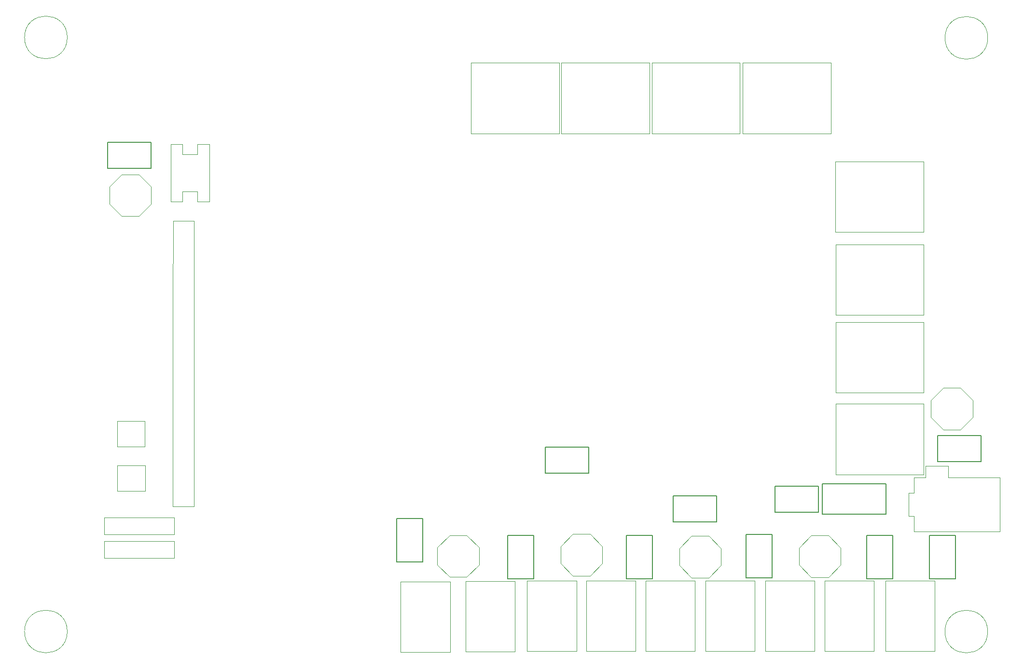
<source format=gbr>
%TF.GenerationSoftware,KiCad,Pcbnew,7.0.7*%
%TF.CreationDate,2023-11-29T15:56:53-06:00*%
%TF.ProjectId,MDCM,4d44434d-2e6b-4696-9361-645f70636258,rev?*%
%TF.SameCoordinates,Original*%
%TF.FileFunction,Other,User*%
%FSLAX46Y46*%
G04 Gerber Fmt 4.6, Leading zero omitted, Abs format (unit mm)*
G04 Created by KiCad (PCBNEW 7.0.7) date 2023-11-29 15:56:53*
%MOMM*%
%LPD*%
G01*
G04 APERTURE LIST*
%ADD10C,0.152400*%
%ADD11C,0.050000*%
%ADD12C,0.025400*%
G04 APERTURE END LIST*
D10*
%TO.C,C7*%
X231834000Y-134590000D02*
X231834000Y-126970000D01*
X233180200Y-134590000D02*
X231834000Y-134590000D01*
X233180200Y-134590000D02*
X233180200Y-134590000D01*
X235059800Y-134590000D02*
X233180200Y-134590000D01*
X235059800Y-134590000D02*
X235059800Y-134590000D01*
X236406000Y-134590000D02*
X235059800Y-134590000D01*
X231834000Y-126970000D02*
X233180200Y-126970000D01*
X233180200Y-126970000D02*
X233180200Y-126970000D01*
X233180200Y-126970000D02*
X235059800Y-126970000D01*
X235059800Y-126970000D02*
X235059800Y-126970000D01*
X235059800Y-126970000D02*
X236406000Y-126970000D01*
X236406000Y-126970000D02*
X236406000Y-134590000D01*
D11*
%TO.C,Zone 6*%
X201155000Y-134935000D02*
X192505000Y-134935000D01*
X192505000Y-134935000D02*
X192505000Y-147285000D01*
X201155000Y-147285000D02*
X201155000Y-134935000D01*
X192505000Y-147285000D02*
X201155000Y-147285000D01*
D10*
%TO.C,C10*%
X204196000Y-126810000D02*
X204196000Y-134430000D01*
X202849800Y-126810000D02*
X204196000Y-126810000D01*
X202849800Y-126810000D02*
X202849800Y-126810000D01*
X200970200Y-126810000D02*
X202849800Y-126810000D01*
X200970200Y-126810000D02*
X200970200Y-126810000D01*
X199624000Y-126810000D02*
X200970200Y-126810000D01*
X204196000Y-134430000D02*
X202849800Y-134430000D01*
X202849800Y-134430000D02*
X202849800Y-134430000D01*
X202849800Y-134430000D02*
X200970200Y-134430000D01*
X200970200Y-134430000D02*
X200970200Y-134430000D01*
X200970200Y-134430000D02*
X199624000Y-134430000D01*
X199624000Y-134430000D02*
X199624000Y-126810000D01*
%TO.C,C11*%
X225366000Y-126980000D02*
X225366000Y-134600000D01*
X224019800Y-126980000D02*
X225366000Y-126980000D01*
X224019800Y-126980000D02*
X224019800Y-126980000D01*
X222140200Y-126980000D02*
X224019800Y-126980000D01*
X222140200Y-126980000D02*
X222140200Y-126980000D01*
X220794000Y-126980000D02*
X222140200Y-126980000D01*
X225366000Y-134600000D02*
X224019800Y-134600000D01*
X224019800Y-134600000D02*
X224019800Y-134600000D01*
X224019800Y-134600000D02*
X222140200Y-134600000D01*
X222140200Y-134600000D02*
X222140200Y-134600000D01*
X222140200Y-134600000D02*
X220794000Y-134600000D01*
X220794000Y-134600000D02*
X220794000Y-126980000D01*
D11*
%TO.C,Airflow sensor 8*%
X215310000Y-61310000D02*
X230760000Y-61310000D01*
X215310000Y-73710000D02*
X215310000Y-61310000D01*
X230760000Y-61310000D02*
X230760000Y-73710000D01*
X230760000Y-73710000D02*
X215310000Y-73710000D01*
%TO.C,Zone 4*%
X180210000Y-134900000D02*
X171560000Y-134900000D01*
X171560000Y-134900000D02*
X171560000Y-147250000D01*
X180210000Y-147250000D02*
X180210000Y-134900000D01*
X171560000Y-147250000D02*
X180210000Y-147250000D01*
%TO.C,Airflow sensor 7*%
X215330000Y-75870000D02*
X230780000Y-75870000D01*
X215330000Y-88270000D02*
X215330000Y-75870000D01*
X230780000Y-75870000D02*
X230780000Y-88270000D01*
X230780000Y-88270000D02*
X215330000Y-88270000D01*
%TO.C,Zone 8*%
X222085000Y-134935000D02*
X213435000Y-134935000D01*
X213435000Y-134935000D02*
X213435000Y-147285000D01*
X222085000Y-147285000D02*
X222085000Y-134935000D01*
X213435000Y-147285000D02*
X222085000Y-147285000D01*
D10*
%TO.C,U4*%
X224168000Y-123229900D02*
X224168000Y-117895900D01*
X224168000Y-117895900D02*
X212992000Y-117895900D01*
X212992000Y-123229900D02*
X224168000Y-123229900D01*
X212992000Y-117895900D02*
X212992000Y-123229900D01*
%TO.C,C8*%
X162346000Y-126949900D02*
X162346000Y-134569900D01*
X160999800Y-126949900D02*
X162346000Y-126949900D01*
X160999800Y-126949900D02*
X160999800Y-126949900D01*
X159120200Y-126949900D02*
X160999800Y-126949900D01*
X159120200Y-126949900D02*
X159120200Y-126949900D01*
X157774000Y-126949900D02*
X159120200Y-126949900D01*
X162346000Y-134569900D02*
X160999800Y-134569900D01*
X160999800Y-134569900D02*
X160999800Y-134569900D01*
X160999800Y-134569900D02*
X159120200Y-134569900D01*
X159120200Y-134569900D02*
X159120200Y-134569900D01*
X159120200Y-134569900D02*
X157774000Y-134569900D01*
X157774000Y-134569900D02*
X157774000Y-126949900D01*
D11*
%TO.C,Zone 3*%
X169870000Y-134930000D02*
X161220000Y-134930000D01*
X161220000Y-134930000D02*
X161220000Y-147280000D01*
X169870000Y-147280000D02*
X169870000Y-134930000D01*
X161220000Y-147280000D02*
X169870000Y-147280000D01*
%TO.C,H1*%
X80530000Y-39550000D02*
G75*
G03*
X80530000Y-39550000I-3750000J0D01*
G01*
%TO.C,Airflow sensor 1*%
X151370000Y-44000000D02*
X166820000Y-44000000D01*
X151370000Y-56400000D02*
X151370000Y-44000000D01*
X166820000Y-44000000D02*
X166820000Y-56400000D01*
X166820000Y-56400000D02*
X151370000Y-56400000D01*
%TO.C,R4*%
X87040000Y-127950000D02*
X87040000Y-130950000D01*
X87040000Y-130950000D02*
X99300000Y-130950000D01*
X99300000Y-127950000D02*
X87040000Y-127950000D01*
X99300000Y-130950000D02*
X99300000Y-127950000D01*
D10*
%TO.C,C1*%
X233210000Y-109474000D02*
X240830000Y-109474000D01*
X233210000Y-110820200D02*
X233210000Y-109474000D01*
X233210000Y-110820200D02*
X233210000Y-110820200D01*
X233210000Y-112699800D02*
X233210000Y-110820200D01*
X233210000Y-112699800D02*
X233210000Y-112699800D01*
X233210000Y-114046000D02*
X233210000Y-112699800D01*
X240830000Y-109474000D02*
X240830000Y-110820200D01*
X240830000Y-110820200D02*
X240830000Y-110820200D01*
X240830000Y-110820200D02*
X240830000Y-112699800D01*
X240830000Y-112699800D02*
X240830000Y-112699800D01*
X240830000Y-112699800D02*
X240830000Y-114046000D01*
X240830000Y-114046000D02*
X233210000Y-114046000D01*
D11*
%TO.C,H3*%
X242020000Y-143840000D02*
G75*
G03*
X242020000Y-143840000I-3750000J0D01*
G01*
%TO.C,Airflow sensor 5*%
X215340000Y-103850000D02*
X230790000Y-103850000D01*
X215340000Y-116250000D02*
X215340000Y-103850000D01*
X230790000Y-103850000D02*
X230790000Y-116250000D01*
X230790000Y-116250000D02*
X215340000Y-116250000D01*
%TO.C,SW1*%
X105460000Y-58310000D02*
X105460000Y-68410000D01*
X103360000Y-58310000D02*
X105460000Y-58310000D01*
X100760000Y-58310000D02*
X100760000Y-60110000D01*
X98660000Y-58310000D02*
X100760000Y-58310000D01*
X103360000Y-60110000D02*
X103360000Y-58310000D01*
X100760000Y-60110000D02*
X103360000Y-60110000D01*
X103360000Y-66610000D02*
X100760000Y-66610000D01*
X100760000Y-66610000D02*
X100760000Y-68410000D01*
X105460000Y-68410000D02*
X103360000Y-68410000D01*
X103360000Y-68410000D02*
X103360000Y-66610000D01*
X100760000Y-68410000D02*
X98660000Y-68410000D01*
X98660000Y-68410000D02*
X98660000Y-58310000D01*
%TO.C,Airflow sensor 4*%
X199050000Y-44020000D02*
X214500000Y-44020000D01*
X199050000Y-56420000D02*
X199050000Y-44020000D01*
X214500000Y-44020000D02*
X214500000Y-56420000D01*
X214500000Y-56420000D02*
X199050000Y-56420000D01*
%TO.C,H2*%
X80530000Y-143830000D02*
G75*
G03*
X80530000Y-143830000I-3750000J0D01*
G01*
%TO.C,Zone 1*%
X147690000Y-135070000D02*
X139040000Y-135070000D01*
X139040000Y-135070000D02*
X139040000Y-147420000D01*
X147690000Y-147420000D02*
X147690000Y-135070000D01*
X139040000Y-147420000D02*
X147690000Y-147420000D01*
%TO.C,D1*%
X89315000Y-106920000D02*
X89315000Y-111420000D01*
X89315000Y-111420000D02*
X94165000Y-111420000D01*
X94165000Y-106920000D02*
X89315000Y-106920000D01*
X94165000Y-111420000D02*
X94165000Y-106920000D01*
D12*
%TO.C,C2*%
X232082400Y-103213929D02*
X234233929Y-101062400D01*
X232082400Y-106226071D02*
X232082400Y-103213929D01*
X234233929Y-101062400D02*
X237246071Y-101062400D01*
X234233929Y-108377600D02*
X232082400Y-106226071D01*
X237246071Y-101062400D02*
X239397600Y-103213929D01*
X237246071Y-108377600D02*
X234233929Y-108377600D01*
X239397600Y-103213929D02*
X239397600Y-106226071D01*
X239397600Y-106226071D02*
X237246071Y-108377600D01*
D10*
%TO.C,C16*%
X212290100Y-122936000D02*
X204670100Y-122936000D01*
X212290100Y-121589800D02*
X212290100Y-122936000D01*
X212290100Y-121589800D02*
X212290100Y-121589800D01*
X212290100Y-119710200D02*
X212290100Y-121589800D01*
X212290100Y-119710200D02*
X212290100Y-119710200D01*
X212290100Y-118364000D02*
X212290100Y-119710200D01*
X204670100Y-122936000D02*
X204670100Y-121589800D01*
X204670100Y-121589800D02*
X204670100Y-121589800D01*
X204670100Y-121589800D02*
X204670100Y-119710200D01*
X204670100Y-119710200D02*
X204670100Y-119710200D01*
X204670100Y-119710200D02*
X204670100Y-118364000D01*
X204670100Y-118364000D02*
X212290100Y-118364000D01*
D12*
%TO.C,C15*%
X211073929Y-134307600D02*
X208922400Y-132156071D01*
X214086071Y-134307600D02*
X211073929Y-134307600D01*
X208922400Y-132156071D02*
X208922400Y-129143929D01*
X216237600Y-132156071D02*
X214086071Y-134307600D01*
X208922400Y-129143929D02*
X211073929Y-126992400D01*
X216237600Y-129143929D02*
X216237600Y-132156071D01*
X211073929Y-126992400D02*
X214086071Y-126992400D01*
X214086071Y-126992400D02*
X216237600Y-129143929D01*
D11*
%TO.C,Airflow sensor 6*%
X215360000Y-89510000D02*
X230810000Y-89510000D01*
X215360000Y-101910000D02*
X215360000Y-89510000D01*
X230810000Y-89510000D02*
X230810000Y-101910000D01*
X230810000Y-101910000D02*
X215360000Y-101910000D01*
D10*
%TO.C,C9*%
X183216000Y-126940000D02*
X183216000Y-134560000D01*
X181869800Y-126940000D02*
X183216000Y-126940000D01*
X181869800Y-126940000D02*
X181869800Y-126940000D01*
X179990200Y-126940000D02*
X181869800Y-126940000D01*
X179990200Y-126940000D02*
X179990200Y-126940000D01*
X178644000Y-126940000D02*
X179990200Y-126940000D01*
X183216000Y-134560000D02*
X181869800Y-134560000D01*
X181869800Y-134560000D02*
X181869800Y-134560000D01*
X181869800Y-134560000D02*
X179990200Y-134560000D01*
X179990200Y-134560000D02*
X179990200Y-134560000D01*
X179990200Y-134560000D02*
X178644000Y-134560000D01*
X178644000Y-134560000D02*
X178644000Y-126940000D01*
D11*
%TO.C,Plenum*%
X232755000Y-134925000D02*
X224105000Y-134925000D01*
X224105000Y-134925000D02*
X224105000Y-147275000D01*
X232755000Y-147275000D02*
X232755000Y-134925000D01*
X224105000Y-147275000D02*
X232755000Y-147275000D01*
D12*
%TO.C,C12*%
X147623929Y-134267600D02*
X145472400Y-132116071D01*
X150636071Y-134267600D02*
X147623929Y-134267600D01*
X145472400Y-132116071D02*
X145472400Y-129103929D01*
X152787600Y-132116071D02*
X150636071Y-134267600D01*
X145472400Y-129103929D02*
X147623929Y-126952400D01*
X152787600Y-129103929D02*
X152787600Y-132116071D01*
X147623929Y-126952400D02*
X150636071Y-126952400D01*
X150636071Y-126952400D02*
X152787600Y-129103929D01*
D11*
%TO.C,U7*%
X102766600Y-71734800D02*
X99083600Y-71734800D01*
X99083600Y-71734800D02*
X99010000Y-86889200D01*
X102764000Y-86889200D02*
X102766600Y-71734800D01*
X99010000Y-86889200D02*
X99010000Y-121909200D01*
X102764000Y-121909200D02*
X102764000Y-86889200D01*
X102510000Y-121909200D02*
X102764000Y-121909200D01*
X99010000Y-121909200D02*
X102510000Y-121909200D01*
%TO.C,Zone 2*%
X159090000Y-135000000D02*
X150440000Y-135000000D01*
X150440000Y-135000000D02*
X150440000Y-147350000D01*
X159090000Y-147350000D02*
X159090000Y-135000000D01*
X150440000Y-147350000D02*
X159090000Y-147350000D01*
%TO.C,J8*%
X244120000Y-116780000D02*
X244120000Y-126280000D01*
X235120000Y-116780000D02*
X244120000Y-116780000D01*
X235120000Y-114780000D02*
X235120000Y-116780000D01*
X231120000Y-116780000D02*
X231120000Y-114780000D01*
X231120000Y-114780000D02*
X235120000Y-114780000D01*
X229120000Y-126280000D02*
X244120000Y-126280000D01*
X229120000Y-126030000D02*
X229120000Y-126280000D01*
X229120000Y-126030000D02*
X229120000Y-123530000D01*
X229120000Y-123530000D02*
X228120000Y-123530000D01*
X229120000Y-119530000D02*
X229120000Y-116780000D01*
X229120000Y-116780000D02*
X231120000Y-116780000D01*
X228120000Y-123530000D02*
X228120000Y-119530000D01*
X228120000Y-119530000D02*
X229120000Y-119530000D01*
%TO.C,Zone 7*%
X211635000Y-134945000D02*
X202985000Y-134945000D01*
X202985000Y-134945000D02*
X202985000Y-147295000D01*
X211635000Y-147295000D02*
X211635000Y-134945000D01*
X202985000Y-147295000D02*
X211635000Y-147295000D01*
%TO.C,Airflow sensor 2*%
X167230000Y-44000000D02*
X182680000Y-44000000D01*
X167230000Y-56400000D02*
X167230000Y-44000000D01*
X182680000Y-44000000D02*
X182680000Y-56400000D01*
X182680000Y-56400000D02*
X167230000Y-56400000D01*
D10*
%TO.C,C5*%
X194490000Y-124586000D02*
X186870000Y-124586000D01*
X194490000Y-123239800D02*
X194490000Y-124586000D01*
X194490000Y-123239800D02*
X194490000Y-123239800D01*
X194490000Y-121360200D02*
X194490000Y-123239800D01*
X194490000Y-121360200D02*
X194490000Y-121360200D01*
X194490000Y-120014000D02*
X194490000Y-121360200D01*
X186870000Y-124586000D02*
X186870000Y-123239800D01*
X186870000Y-123239800D02*
X186870000Y-123239800D01*
X186870000Y-123239800D02*
X186870000Y-121360200D01*
X186870000Y-121360200D02*
X186870000Y-121360200D01*
X186870000Y-121360200D02*
X186870000Y-120014000D01*
X186870000Y-120014000D02*
X194490000Y-120014000D01*
D11*
%TO.C,Zone 5*%
X190625000Y-134935000D02*
X181975000Y-134935000D01*
X181975000Y-134935000D02*
X181975000Y-147285000D01*
X190625000Y-147285000D02*
X190625000Y-134935000D01*
X181975000Y-147285000D02*
X190625000Y-147285000D01*
%TO.C,R5*%
X87040000Y-123800000D02*
X87040000Y-126800000D01*
X87040000Y-126800000D02*
X99300000Y-126800000D01*
X99300000Y-123800000D02*
X87040000Y-123800000D01*
X99300000Y-126800000D02*
X99300000Y-123800000D01*
D12*
%TO.C,C18*%
X87912400Y-65753929D02*
X90063929Y-63602400D01*
X87912400Y-68766071D02*
X87912400Y-65753929D01*
X90063929Y-63602400D02*
X93076071Y-63602400D01*
X90063929Y-70917600D02*
X87912400Y-68766071D01*
X93076071Y-63602400D02*
X95227600Y-65753929D01*
X93076071Y-70917600D02*
X90063929Y-70917600D01*
X95227600Y-65753929D02*
X95227600Y-68766071D01*
X95227600Y-68766071D02*
X93076071Y-70917600D01*
%TO.C,C14*%
X190083929Y-134377600D02*
X187932400Y-132226071D01*
X193096071Y-134377600D02*
X190083929Y-134377600D01*
X187932400Y-132226071D02*
X187932400Y-129213929D01*
X195247600Y-132226071D02*
X193096071Y-134377600D01*
X187932400Y-129213929D02*
X190083929Y-127062400D01*
X195247600Y-129213929D02*
X195247600Y-132226071D01*
X190083929Y-127062400D02*
X193096071Y-127062400D01*
X193096071Y-127062400D02*
X195247600Y-129213929D01*
%TO.C,C13*%
X169223929Y-134047600D02*
X167072400Y-131896071D01*
X172236071Y-134047600D02*
X169223929Y-134047600D01*
X167072400Y-131896071D02*
X167072400Y-128883929D01*
X174387600Y-131896071D02*
X172236071Y-134047600D01*
X167072400Y-128883929D02*
X169223929Y-126732400D01*
X174387600Y-128883929D02*
X174387600Y-131896071D01*
X169223929Y-126732400D02*
X172236071Y-126732400D01*
X172236071Y-126732400D02*
X174387600Y-128883929D01*
D11*
%TO.C,Airflow sensor 3*%
X183090000Y-44010000D02*
X198540000Y-44010000D01*
X183090000Y-56410000D02*
X183090000Y-44010000D01*
X198540000Y-44010000D02*
X198540000Y-56410000D01*
X198540000Y-56410000D02*
X183090000Y-56410000D01*
%TO.C,H4*%
X242030000Y-39620000D02*
G75*
G03*
X242030000Y-39620000I-3750000J0D01*
G01*
D10*
%TO.C,C4*%
X172040000Y-116076000D02*
X164420000Y-116076000D01*
X172040000Y-114729800D02*
X172040000Y-116076000D01*
X172040000Y-114729800D02*
X172040000Y-114729800D01*
X172040000Y-112850200D02*
X172040000Y-114729800D01*
X172040000Y-112850200D02*
X172040000Y-112850200D01*
X172040000Y-111504000D02*
X172040000Y-112850200D01*
X164420000Y-116076000D02*
X164420000Y-114729800D01*
X164420000Y-114729800D02*
X164420000Y-114729800D01*
X164420000Y-114729800D02*
X164420000Y-112850200D01*
X164420000Y-112850200D02*
X164420000Y-112850200D01*
X164420000Y-112850200D02*
X164420000Y-111504000D01*
X164420000Y-111504000D02*
X172040000Y-111504000D01*
D11*
%TO.C,D2*%
X89330000Y-114670000D02*
X89330000Y-119170000D01*
X89330000Y-119170000D02*
X94180000Y-119170000D01*
X94180000Y-114670000D02*
X89330000Y-114670000D01*
X94180000Y-119170000D02*
X94180000Y-114670000D01*
D10*
%TO.C,C3*%
X138334000Y-131630000D02*
X138334000Y-124010000D01*
X139680200Y-131630000D02*
X138334000Y-131630000D01*
X139680200Y-131630000D02*
X139680200Y-131630000D01*
X141559800Y-131630000D02*
X139680200Y-131630000D01*
X141559800Y-131630000D02*
X141559800Y-131630000D01*
X142906000Y-131630000D02*
X141559800Y-131630000D01*
X138334000Y-124010000D02*
X139680200Y-124010000D01*
X139680200Y-124010000D02*
X139680200Y-124010000D01*
X139680200Y-124010000D02*
X141559800Y-124010000D01*
X141559800Y-124010000D02*
X141559800Y-124010000D01*
X141559800Y-124010000D02*
X142906000Y-124010000D01*
X142906000Y-124010000D02*
X142906000Y-131630000D01*
%TO.C,C17*%
X87582200Y-57945900D02*
X95202200Y-57945900D01*
X87582200Y-59292100D02*
X87582200Y-57945900D01*
X87582200Y-59292100D02*
X87582200Y-59292100D01*
X87582200Y-61171700D02*
X87582200Y-59292100D01*
X87582200Y-61171700D02*
X87582200Y-61171700D01*
X87582200Y-62517900D02*
X87582200Y-61171700D01*
X95202200Y-57945900D02*
X95202200Y-59292100D01*
X95202200Y-59292100D02*
X95202200Y-59292100D01*
X95202200Y-59292100D02*
X95202200Y-61171700D01*
X95202200Y-61171700D02*
X95202200Y-61171700D01*
X95202200Y-61171700D02*
X95202200Y-62517900D01*
X95202200Y-62517900D02*
X87582200Y-62517900D01*
%TD*%
M02*

</source>
